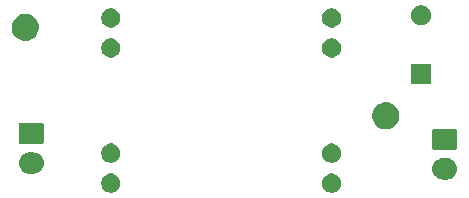
<source format=gbr>
G04 #@! TF.GenerationSoftware,KiCad,Pcbnew,5.1.5-52549c5~84~ubuntu18.04.1*
G04 #@! TF.CreationDate,2020-02-24T15:44:40+01:00*
G04 #@! TF.ProjectId,osat_dcdc_board,6f736174-5f64-4636-9463-5f626f617264,rev?*
G04 #@! TF.SameCoordinates,Original*
G04 #@! TF.FileFunction,Soldermask,Bot*
G04 #@! TF.FilePolarity,Negative*
%FSLAX46Y46*%
G04 Gerber Fmt 4.6, Leading zero omitted, Abs format (unit mm)*
G04 Created by KiCad (PCBNEW 5.1.5-52549c5~84~ubuntu18.04.1) date 2020-02-24 15:44:40*
%MOMM*%
%LPD*%
G04 APERTURE LIST*
%ADD10C,0.100000*%
G04 APERTURE END LIST*
D10*
G36*
X150669104Y-113418243D02*
G01*
X150817063Y-113479530D01*
X150950217Y-113568500D01*
X151063463Y-113681746D01*
X151152433Y-113814900D01*
X151213720Y-113962859D01*
X151244962Y-114119926D01*
X151244962Y-114280076D01*
X151213720Y-114437143D01*
X151152433Y-114585102D01*
X151063463Y-114718256D01*
X150950217Y-114831502D01*
X150817063Y-114920472D01*
X150669104Y-114981759D01*
X150512037Y-115013001D01*
X150351887Y-115013001D01*
X150194820Y-114981759D01*
X150046861Y-114920472D01*
X149913707Y-114831502D01*
X149800461Y-114718256D01*
X149711491Y-114585102D01*
X149650204Y-114437143D01*
X149618962Y-114280076D01*
X149618962Y-114119926D01*
X149650204Y-113962859D01*
X149711491Y-113814900D01*
X149800461Y-113681746D01*
X149913707Y-113568500D01*
X150046861Y-113479530D01*
X150194820Y-113418243D01*
X150351887Y-113387001D01*
X150512037Y-113387001D01*
X150669104Y-113418243D01*
G37*
G36*
X131969104Y-113418243D02*
G01*
X132117063Y-113479530D01*
X132250217Y-113568500D01*
X132363463Y-113681746D01*
X132452433Y-113814900D01*
X132513720Y-113962859D01*
X132544962Y-114119926D01*
X132544962Y-114280076D01*
X132513720Y-114437143D01*
X132452433Y-114585102D01*
X132363463Y-114718256D01*
X132250217Y-114831502D01*
X132117063Y-114920472D01*
X131969104Y-114981759D01*
X131812037Y-115013001D01*
X131651887Y-115013001D01*
X131494820Y-114981759D01*
X131346861Y-114920472D01*
X131213707Y-114831502D01*
X131100461Y-114718256D01*
X131011491Y-114585102D01*
X130950204Y-114437143D01*
X130918962Y-114280076D01*
X130918962Y-114119926D01*
X130950204Y-113962859D01*
X131011491Y-113814900D01*
X131100461Y-113681746D01*
X131213707Y-113568500D01*
X131346861Y-113479530D01*
X131494820Y-113418243D01*
X131651887Y-113387001D01*
X131812037Y-113387001D01*
X131969104Y-113418243D01*
G37*
G36*
X160260442Y-112105518D02*
G01*
X160326627Y-112112037D01*
X160496466Y-112163557D01*
X160496468Y-112163558D01*
X160574729Y-112205390D01*
X160652991Y-112247222D01*
X160688729Y-112276552D01*
X160790186Y-112359814D01*
X160873448Y-112461271D01*
X160902778Y-112497009D01*
X160986443Y-112653534D01*
X161037963Y-112823373D01*
X161055359Y-113000000D01*
X161037963Y-113176627D01*
X160986443Y-113346466D01*
X160902778Y-113502991D01*
X160873448Y-113538729D01*
X160790186Y-113640186D01*
X160688729Y-113723448D01*
X160652991Y-113752778D01*
X160496466Y-113836443D01*
X160326627Y-113887963D01*
X160260443Y-113894481D01*
X160194260Y-113901000D01*
X159805740Y-113901000D01*
X159739557Y-113894481D01*
X159673373Y-113887963D01*
X159503534Y-113836443D01*
X159347009Y-113752778D01*
X159311271Y-113723448D01*
X159209814Y-113640186D01*
X159126552Y-113538729D01*
X159097222Y-113502991D01*
X159013557Y-113346466D01*
X158962037Y-113176627D01*
X158944641Y-113000000D01*
X158962037Y-112823373D01*
X159013557Y-112653534D01*
X159097222Y-112497009D01*
X159126552Y-112461271D01*
X159209814Y-112359814D01*
X159311271Y-112276552D01*
X159347009Y-112247222D01*
X159425272Y-112205389D01*
X159503532Y-112163558D01*
X159503534Y-112163557D01*
X159673373Y-112112037D01*
X159739558Y-112105518D01*
X159805740Y-112099000D01*
X160194260Y-112099000D01*
X160260442Y-112105518D01*
G37*
G36*
X125260443Y-111605519D02*
G01*
X125326627Y-111612037D01*
X125496466Y-111663557D01*
X125652991Y-111747222D01*
X125688729Y-111776552D01*
X125790186Y-111859814D01*
X125873448Y-111961271D01*
X125902778Y-111997009D01*
X125986443Y-112153534D01*
X126037963Y-112323373D01*
X126055359Y-112500000D01*
X126037963Y-112676627D01*
X125986443Y-112846466D01*
X125902778Y-113002991D01*
X125873448Y-113038729D01*
X125790186Y-113140186D01*
X125688729Y-113223448D01*
X125652991Y-113252778D01*
X125496466Y-113336443D01*
X125326627Y-113387963D01*
X125260442Y-113394482D01*
X125194260Y-113401000D01*
X124805740Y-113401000D01*
X124739558Y-113394482D01*
X124673373Y-113387963D01*
X124503534Y-113336443D01*
X124347009Y-113252778D01*
X124311271Y-113223448D01*
X124209814Y-113140186D01*
X124126552Y-113038729D01*
X124097222Y-113002991D01*
X124013557Y-112846466D01*
X123962037Y-112676627D01*
X123944641Y-112500000D01*
X123962037Y-112323373D01*
X124013557Y-112153534D01*
X124097222Y-111997009D01*
X124126552Y-111961271D01*
X124209814Y-111859814D01*
X124311271Y-111776552D01*
X124347009Y-111747222D01*
X124503534Y-111663557D01*
X124673373Y-111612037D01*
X124739557Y-111605519D01*
X124805740Y-111599000D01*
X125194260Y-111599000D01*
X125260443Y-111605519D01*
G37*
G36*
X150669104Y-110878243D02*
G01*
X150817063Y-110939530D01*
X150950217Y-111028500D01*
X151063463Y-111141746D01*
X151152433Y-111274900D01*
X151213720Y-111422859D01*
X151244962Y-111579926D01*
X151244962Y-111740076D01*
X151213720Y-111897143D01*
X151152433Y-112045102D01*
X151063463Y-112178256D01*
X150950217Y-112291502D01*
X150817063Y-112380472D01*
X150669104Y-112441759D01*
X150512037Y-112473001D01*
X150351887Y-112473001D01*
X150194820Y-112441759D01*
X150046861Y-112380472D01*
X149913707Y-112291502D01*
X149800461Y-112178256D01*
X149711491Y-112045102D01*
X149650204Y-111897143D01*
X149618962Y-111740076D01*
X149618962Y-111579926D01*
X149650204Y-111422859D01*
X149711491Y-111274900D01*
X149800461Y-111141746D01*
X149913707Y-111028500D01*
X150046861Y-110939530D01*
X150194820Y-110878243D01*
X150351887Y-110847001D01*
X150512037Y-110847001D01*
X150669104Y-110878243D01*
G37*
G36*
X131969104Y-110878243D02*
G01*
X132117063Y-110939530D01*
X132250217Y-111028500D01*
X132363463Y-111141746D01*
X132452433Y-111274900D01*
X132513720Y-111422859D01*
X132544962Y-111579926D01*
X132544962Y-111740076D01*
X132513720Y-111897143D01*
X132452433Y-112045102D01*
X132363463Y-112178256D01*
X132250217Y-112291502D01*
X132117063Y-112380472D01*
X131969104Y-112441759D01*
X131812037Y-112473001D01*
X131651887Y-112473001D01*
X131494820Y-112441759D01*
X131346861Y-112380472D01*
X131213707Y-112291502D01*
X131100461Y-112178256D01*
X131011491Y-112045102D01*
X130950204Y-111897143D01*
X130918962Y-111740076D01*
X130918962Y-111579926D01*
X130950204Y-111422859D01*
X131011491Y-111274900D01*
X131100461Y-111141746D01*
X131213707Y-111028500D01*
X131346861Y-110939530D01*
X131494820Y-110878243D01*
X131651887Y-110847001D01*
X131812037Y-110847001D01*
X131969104Y-110878243D01*
G37*
G36*
X160908600Y-109602989D02*
G01*
X160941652Y-109613015D01*
X160972103Y-109629292D01*
X160998799Y-109651201D01*
X161020708Y-109677897D01*
X161036985Y-109708348D01*
X161047011Y-109741400D01*
X161051000Y-109781903D01*
X161051000Y-111218097D01*
X161047011Y-111258600D01*
X161036985Y-111291652D01*
X161020708Y-111322103D01*
X160998799Y-111348799D01*
X160972103Y-111370708D01*
X160941652Y-111386985D01*
X160908600Y-111397011D01*
X160868097Y-111401000D01*
X159131903Y-111401000D01*
X159091400Y-111397011D01*
X159058348Y-111386985D01*
X159027897Y-111370708D01*
X159001201Y-111348799D01*
X158979292Y-111322103D01*
X158963015Y-111291652D01*
X158952989Y-111258600D01*
X158949000Y-111218097D01*
X158949000Y-109781903D01*
X158952989Y-109741400D01*
X158963015Y-109708348D01*
X158979292Y-109677897D01*
X159001201Y-109651201D01*
X159027897Y-109629292D01*
X159058348Y-109613015D01*
X159091400Y-109602989D01*
X159131903Y-109599000D01*
X160868097Y-109599000D01*
X160908600Y-109602989D01*
G37*
G36*
X125908600Y-109102989D02*
G01*
X125941652Y-109113015D01*
X125972103Y-109129292D01*
X125998799Y-109151201D01*
X126020708Y-109177897D01*
X126036985Y-109208348D01*
X126047011Y-109241400D01*
X126051000Y-109281903D01*
X126051000Y-110718097D01*
X126047011Y-110758600D01*
X126036985Y-110791652D01*
X126020708Y-110822103D01*
X125998799Y-110848799D01*
X125972103Y-110870708D01*
X125941652Y-110886985D01*
X125908600Y-110897011D01*
X125868097Y-110901000D01*
X124131903Y-110901000D01*
X124091400Y-110897011D01*
X124058348Y-110886985D01*
X124027897Y-110870708D01*
X124001201Y-110848799D01*
X123979292Y-110822103D01*
X123963015Y-110791652D01*
X123952989Y-110758600D01*
X123949000Y-110718097D01*
X123949000Y-109281903D01*
X123952989Y-109241400D01*
X123963015Y-109208348D01*
X123979292Y-109177897D01*
X124001201Y-109151201D01*
X124027897Y-109129292D01*
X124058348Y-109113015D01*
X124091400Y-109102989D01*
X124131903Y-109099000D01*
X125868097Y-109099000D01*
X125908600Y-109102989D01*
G37*
G36*
X155224549Y-107371116D02*
G01*
X155335734Y-107393232D01*
X155545203Y-107479997D01*
X155733720Y-107605960D01*
X155894040Y-107766280D01*
X156020003Y-107954797D01*
X156106768Y-108164266D01*
X156151000Y-108386636D01*
X156151000Y-108613364D01*
X156106768Y-108835734D01*
X156020003Y-109045203D01*
X155894040Y-109233720D01*
X155733720Y-109394040D01*
X155545203Y-109520003D01*
X155335734Y-109606768D01*
X155224549Y-109628884D01*
X155113365Y-109651000D01*
X154886635Y-109651000D01*
X154775451Y-109628884D01*
X154664266Y-109606768D01*
X154454797Y-109520003D01*
X154266280Y-109394040D01*
X154105960Y-109233720D01*
X153979997Y-109045203D01*
X153893232Y-108835734D01*
X153849000Y-108613364D01*
X153849000Y-108386636D01*
X153893232Y-108164266D01*
X153979997Y-107954797D01*
X154105960Y-107766280D01*
X154266280Y-107605960D01*
X154454797Y-107479997D01*
X154664266Y-107393232D01*
X154775451Y-107371116D01*
X154886635Y-107349000D01*
X155113365Y-107349000D01*
X155224549Y-107371116D01*
G37*
G36*
X158851000Y-105851000D02*
G01*
X157149000Y-105851000D01*
X157149000Y-104149000D01*
X158851000Y-104149000D01*
X158851000Y-105851000D01*
G37*
G36*
X131969104Y-101978243D02*
G01*
X132117063Y-102039530D01*
X132250217Y-102128500D01*
X132363463Y-102241746D01*
X132452433Y-102374900D01*
X132513720Y-102522859D01*
X132544962Y-102679926D01*
X132544962Y-102840076D01*
X132513720Y-102997143D01*
X132452433Y-103145102D01*
X132363463Y-103278256D01*
X132250217Y-103391502D01*
X132117063Y-103480472D01*
X131969104Y-103541759D01*
X131812037Y-103573001D01*
X131651887Y-103573001D01*
X131494820Y-103541759D01*
X131346861Y-103480472D01*
X131213707Y-103391502D01*
X131100461Y-103278256D01*
X131011491Y-103145102D01*
X130950204Y-102997143D01*
X130918962Y-102840076D01*
X130918962Y-102679926D01*
X130950204Y-102522859D01*
X131011491Y-102374900D01*
X131100461Y-102241746D01*
X131213707Y-102128500D01*
X131346861Y-102039530D01*
X131494820Y-101978243D01*
X131651887Y-101947001D01*
X131812037Y-101947001D01*
X131969104Y-101978243D01*
G37*
G36*
X150669104Y-101978243D02*
G01*
X150817063Y-102039530D01*
X150950217Y-102128500D01*
X151063463Y-102241746D01*
X151152433Y-102374900D01*
X151213720Y-102522859D01*
X151244962Y-102679926D01*
X151244962Y-102840076D01*
X151213720Y-102997143D01*
X151152433Y-103145102D01*
X151063463Y-103278256D01*
X150950217Y-103391502D01*
X150817063Y-103480472D01*
X150669104Y-103541759D01*
X150512037Y-103573001D01*
X150351887Y-103573001D01*
X150194820Y-103541759D01*
X150046861Y-103480472D01*
X149913707Y-103391502D01*
X149800461Y-103278256D01*
X149711491Y-103145102D01*
X149650204Y-102997143D01*
X149618962Y-102840076D01*
X149618962Y-102679926D01*
X149650204Y-102522859D01*
X149711491Y-102374900D01*
X149800461Y-102241746D01*
X149913707Y-102128500D01*
X150046861Y-102039530D01*
X150194820Y-101978243D01*
X150351887Y-101947001D01*
X150512037Y-101947001D01*
X150669104Y-101978243D01*
G37*
G36*
X124724549Y-99871116D02*
G01*
X124835734Y-99893232D01*
X125045203Y-99979997D01*
X125233720Y-100105960D01*
X125394040Y-100266280D01*
X125520003Y-100454797D01*
X125556323Y-100542480D01*
X125606768Y-100664267D01*
X125644012Y-100851502D01*
X125651000Y-100886636D01*
X125651000Y-101113364D01*
X125606768Y-101335734D01*
X125520003Y-101545203D01*
X125394040Y-101733720D01*
X125233720Y-101894040D01*
X125045203Y-102020003D01*
X124835734Y-102106768D01*
X124726469Y-102128502D01*
X124613365Y-102151000D01*
X124386635Y-102151000D01*
X124273531Y-102128502D01*
X124164266Y-102106768D01*
X123954797Y-102020003D01*
X123766280Y-101894040D01*
X123605960Y-101733720D01*
X123479997Y-101545203D01*
X123393232Y-101335734D01*
X123349000Y-101113364D01*
X123349000Y-100886636D01*
X123355989Y-100851502D01*
X123393232Y-100664267D01*
X123443678Y-100542480D01*
X123479997Y-100454797D01*
X123605960Y-100266280D01*
X123766280Y-100105960D01*
X123954797Y-99979997D01*
X124164266Y-99893232D01*
X124275451Y-99871116D01*
X124386635Y-99849000D01*
X124613365Y-99849000D01*
X124724549Y-99871116D01*
G37*
G36*
X131969104Y-99438243D02*
G01*
X132117063Y-99499530D01*
X132250217Y-99588500D01*
X132363463Y-99701746D01*
X132452433Y-99834900D01*
X132513720Y-99982859D01*
X132544962Y-100139926D01*
X132544962Y-100300076D01*
X132513720Y-100457143D01*
X132452433Y-100605102D01*
X132363463Y-100738256D01*
X132250217Y-100851502D01*
X132117063Y-100940472D01*
X131969104Y-101001759D01*
X131812037Y-101033001D01*
X131651887Y-101033001D01*
X131494820Y-101001759D01*
X131346861Y-100940472D01*
X131213707Y-100851502D01*
X131100461Y-100738256D01*
X131011491Y-100605102D01*
X130950204Y-100457143D01*
X130918962Y-100300076D01*
X130918962Y-100139926D01*
X130950204Y-99982859D01*
X131011491Y-99834900D01*
X131100461Y-99701746D01*
X131213707Y-99588500D01*
X131346861Y-99499530D01*
X131494820Y-99438243D01*
X131651887Y-99407001D01*
X131812037Y-99407001D01*
X131969104Y-99438243D01*
G37*
G36*
X150669104Y-99438243D02*
G01*
X150817063Y-99499530D01*
X150950217Y-99588500D01*
X151063463Y-99701746D01*
X151152433Y-99834900D01*
X151213720Y-99982859D01*
X151244962Y-100139926D01*
X151244962Y-100300076D01*
X151213720Y-100457143D01*
X151152433Y-100605102D01*
X151063463Y-100738256D01*
X150950217Y-100851502D01*
X150817063Y-100940472D01*
X150669104Y-101001759D01*
X150512037Y-101033001D01*
X150351887Y-101033001D01*
X150194820Y-101001759D01*
X150046861Y-100940472D01*
X149913707Y-100851502D01*
X149800461Y-100738256D01*
X149711491Y-100605102D01*
X149650204Y-100457143D01*
X149618962Y-100300076D01*
X149618962Y-100139926D01*
X149650204Y-99982859D01*
X149711491Y-99834900D01*
X149800461Y-99701746D01*
X149913707Y-99588500D01*
X150046861Y-99499530D01*
X150194820Y-99438243D01*
X150351887Y-99407001D01*
X150512037Y-99407001D01*
X150669104Y-99438243D01*
G37*
G36*
X158248228Y-99181703D02*
G01*
X158403100Y-99245853D01*
X158542481Y-99338985D01*
X158661015Y-99457519D01*
X158754147Y-99596900D01*
X158818297Y-99751772D01*
X158851000Y-99916184D01*
X158851000Y-100083816D01*
X158818297Y-100248228D01*
X158754147Y-100403100D01*
X158661015Y-100542481D01*
X158542481Y-100661015D01*
X158403100Y-100754147D01*
X158248228Y-100818297D01*
X158083816Y-100851000D01*
X157916184Y-100851000D01*
X157751772Y-100818297D01*
X157596900Y-100754147D01*
X157457519Y-100661015D01*
X157338985Y-100542481D01*
X157245853Y-100403100D01*
X157181703Y-100248228D01*
X157149000Y-100083816D01*
X157149000Y-99916184D01*
X157181703Y-99751772D01*
X157245853Y-99596900D01*
X157338985Y-99457519D01*
X157457519Y-99338985D01*
X157596900Y-99245853D01*
X157751772Y-99181703D01*
X157916184Y-99149000D01*
X158083816Y-99149000D01*
X158248228Y-99181703D01*
G37*
M02*

</source>
